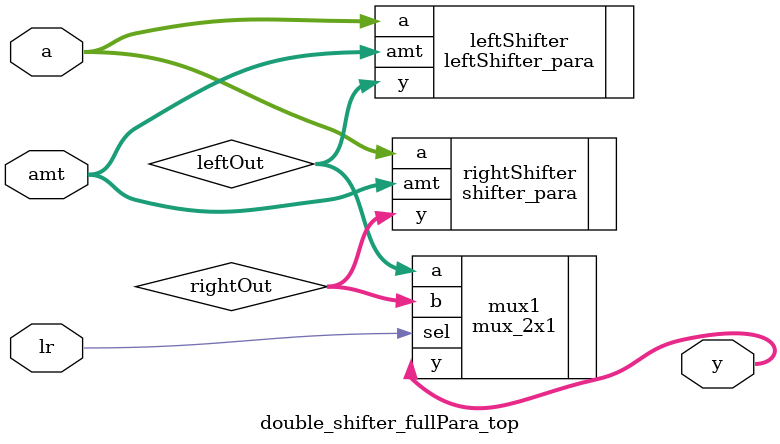
<source format=sv>
`timescale 1ns / 1ps


`timescale 1ns / 1ps
//////////////////////////////////////////////////////////////////////////////////
// Company: 
// Engineer: 
// 
// Create Date: 08/27/2019 09:16:46 PM
// Design Name: 
// Module Name: doubleShifter16_top
// Project Name: 
// Target Devices: 
// Tool Versions: 
// Description: 
// 
// Dependencies: 
// 
// Revision:
// Revision 0.01 - File Created
// Additional Comments:
// 
//////////////////////////////////////////////////////////////////////////////////


module double_shifter_fullPara_top #(parameter N = 3)
    (
        input logic [2**N-1:0] a,
        input logic [N-1:0] amt,
        input logic lr,
        output logic [2**N-1:0] y
    );
    
    logic [2**N-1:0] rightOut, leftOut;
    
    shifter_para #(.N(N)) rightShifter 
    (
        .a(a),
        .amt(amt),
        .y(rightOut)
    );
    
    leftShifter_para #(.N(N)) leftShifter 
    (
        .a(a),
        .amt(amt),
        .y(leftOut)
    );
    
    
    mux_2x1 #(.N(2**N)) mux1 
    (
        .a(leftOut),
        .b(rightOut),
        .sel(lr),
        .y(y)
    );
endmodule


</source>
